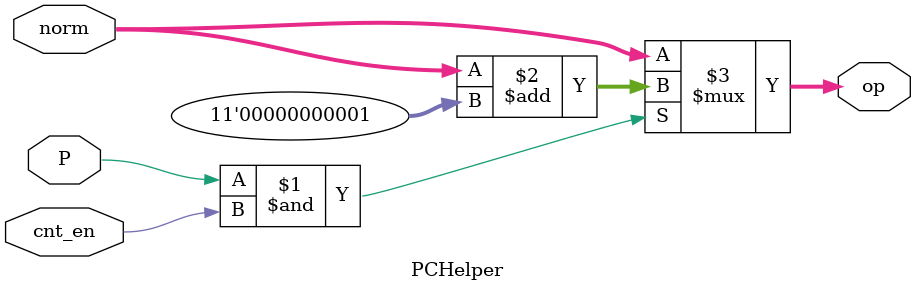
<source format=v>
module PCHelper(
	input [11:0] norm,
	input P,
	input cnt_en, 
	output [11:0] op 
);
//	reg [11:0] one = 000000000001;
//	assign op = (P & cnt_en) ? (pipe + one) : norm;
	assign op = (P & cnt_en) ? (norm + 11'b000000000001) : norm;
endmodule

</source>
